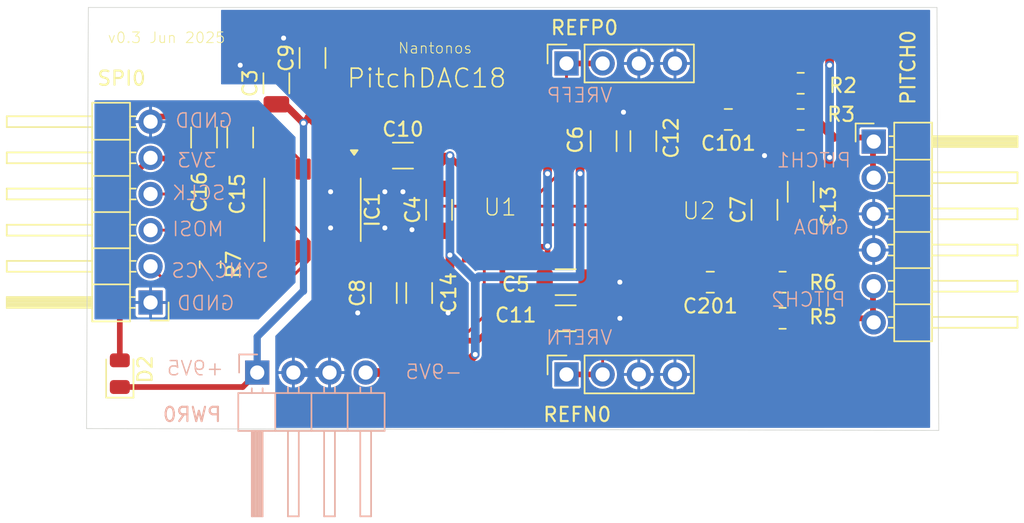
<source format=kicad_pcb>
(kicad_pcb (version 20240108) (generator "pcbnew") (generator_version "8.0")
  (layers (0 "F.Cu" signal) (31 "B.Cu" signal) (34 "B.Paste" user) (35 "F.Paste" user) (36 "B.SilkS" user "B.Silkscreen") (37 "F.SilkS" user "F.Silkscreen") (38 "B.Mask" user) (39 "F.Mask" user) (44 "Edge.Cuts" user))
  (net 0 "")
  (net 1 "/+9V5")
  (net 3 "/SCLK")
  (net 5 "/REFN_S")
  (net 6 "/3V3")
  (net 7 "/REFP_S")
  (net 9 "/UNBUF")
  (net 10 "/REFN_F")
  (net 11 "/MOSI")
  (net 12 "/VREFN")
  (net 13 "/VREFP")
  (net 14 "GNDA")
  (net 15 "/-9V5")
  (net 16 "GNDD")
  (net 17 "/SYNC")
  (net 18 "/REFP_F")
  (net 19 "/PITCH1")
  (net 20 "/PITCH2")
  (net 21 "/nfb_a")
  (net 22 "/cap_a")
  (net 23 "/nfb_b")
  (net 24 "/cap_b")
  (footprint "Capacitor_SMD:C_0805_2012Metric" (layer "F.Cu") (at 162.3821 109.4436 180)
    (property "Reference" "C201")
    (property "Value" "100pF")
  )
  (footprint "Capacitor_SMD:C_1206_3216Metric" (layer "F.Cu") (at 166.1921 104.3636 90)
    (property "Reference" "C7")
    (property "Value" "100nF")
  )
  (footprint "Capacitor_SMD:C_1206_3216Metric" (layer "F.Cu") (at 131.9021 95.4736 90)
    (property "Reference" "C3")
    (property "Value" "100nF")
  )
  (footprint "Connector_PinSocket_2.54mm:PinSocket_1x04_P2.54mm_Vertical" (layer "F.Cu") (at 152.283 94.0816 90)
    (property "Reference" "REFP0")
    (property "Value" "PINHD-1X4")
  )
  (footprint "Connector_PinSocket_2.54mm:PinSocket_1x04_P2.54mm_Vertical" (layer "F.Cu") (at 152.283 115.926 90)
    (property "Reference" "REFN0")
    (property "Value" "PINHD-1X4")
  )
  (footprint "Capacitor_SMD:C_1206_3216Metric" (layer "F.Cu") (at 141.9351 110.2056 90)
    (property "Reference" "C14")
    (property "Value" "10uF")
  )
  (footprint "Capacitor_SMD:C_1206_3216Metric" (layer "F.Cu") (at 126.8221 99.2836 -90)
    (property "Reference" "C16")
    (property "Value" "10uF")
  )
  (footprint "Capacitor_SMD:C_1206_3216Metric" (layer "F.Cu") (at 134.4421 93.6956 90)
    (property "Reference" "C9")
    (property "Value" "10uF")
  )
  (footprint "pitchdac:SO08" (layer "F.Cu") (at 147.1421 104.3636 180)
    (property "Reference" "U1")
    (property "Value" "opa2192")
  )
  (footprint "Capacitor_SMD:C_1206_3216Metric" (layer "F.Cu") (at 157.6831 99.5376 -90)
    (property "Reference" "C12")
    (property "Value" "10uF")
  )
  (footprint "Resistor_SMD:R_0805_2012Metric" (layer "F.Cu") (at 167.4621 109.4436)
    (property "Reference" "R6")
    (property "Value" "220R")
  )
  (footprint "Connector_PinHeader_2.54mm:PinHeader_1x06_P2.54mm_Horizontal" (layer "F.Cu") (at 123.063 110.871 180)
    (property "Reference" "SPI0")
    (property "Value" "SPI")
  )
  (footprint "Capacitor_SMD:C_1206_3216Metric" (layer "F.Cu") (at 154.8891 99.5376 -90)
    (property "Reference" "C6")
    (property "Value" "100nF")
  )
  (footprint "Capacitor_SMD:C_1206_3216Metric" (layer "F.Cu") (at 152.2221 109.4436)
    (property "Reference" "C5")
    (property "Value" "100nF")
  )
  (footprint "Connector_PinHeader_2.54mm:PinHeader_1x06_P2.54mm_Horizontal" (layer "F.Cu") (at 173.863 99.568)
    (property "Reference" "PITCH0")
    (property "Value" "PINHD-1X6/90")
  )
  (footprint "Capacitor_SMD:C_1206_3216Metric" (layer "F.Cu") (at 140.7921 100.5536)
    (property "Reference" "C10")
    (property "Value" "10uF")
  )
  (footprint "Diode_SMD:D_0805_2012Metric" (layer "F.Cu") (at 120.904 115.8725 90)
    (property "Reference" "D2")
    (property "Value" "D_Schottky" (hide yes))
  )
  (footprint "Resistor_SMD:R_0805_2012Metric" (layer "F.Cu") (at 127.254 108.204 -90)
    (property "Reference" "R7")
    (property "Value" "10k")
  )
  (footprint "Capacitor_SMD:C_1206_3216Metric" (layer "F.Cu") (at 152.2221 111.9836)
    (property "Reference" "C11")
    (property "Value" "10uF")
  )
  (footprint "Capacitor_SMD:C_1206_3216Metric" (layer "F.Cu") (at 129.3621 99.2836 -90)
    (property "Reference" "C15")
    (property "Value" "100nF")
  )
  (footprint "pitchdac:SO08" (layer "F.Cu") (at 161.6201 104.3636 180)
    (property "Reference" "U2")
    (property "Value" "opa2192")
  )
  (footprint "Resistor_SMD:R_0805_2012Metric" (layer "F.Cu") (at 168.7321 98.0136)
    (property "Reference" "R3")
    (property "Value" "220R")
  )
  (footprint "Capacitor_SMD:C_1206_3216Metric" (layer "F.Cu") (at 139.446 110.2056 90)
    (property "Reference" "C8")
    (property "Value" "100nF")
  )
  (footprint "Resistor_SMD:R_0805_2012Metric" (layer "F.Cu") (at 168.7321 95.4736)
    (property "Reference" "R2")
    (property "Value" "4k7")
  )
  (footprint "Resistor_SMD:R_0805_2012Metric" (layer "F.Cu") (at 167.4621 111.9836)
    (property "Reference" "R5")
    (property "Value" "4k7")
  )
  (footprint "Package_SO:TSSOP-20_4.4x6.5mm_P0.65mm" (layer "F.Cu") (at 134.4421 104.3636 -90)
    (property "Reference" "IC1")
    (property "Value" "AD5781xRUZ")
  )
  (footprint "Capacitor_SMD:C_0805_2012Metric" (layer "F.Cu") (at 163.6521 98.0136 180)
    (property "Reference" "C101")
    (property "Value" "100pF")
  )
  (footprint "Capacitor_SMD:C_1206_3216Metric" (layer "F.Cu") (at 168.7321 103.0936 90)
    (property "Reference" "C13")
    (property "Value" "10uF")
  )
  (footprint "Capacitor_SMD:C_1206_3216Metric" (layer "F.Cu") (at 143.3321 104.3636 90)
    (property "Reference" "C4")
    (property "Value" "100nF")
  )
  (footprint "Connector_PinHeader_2.54mm:PinHeader_1x04_P2.54mm_Horizontal" (layer "B.Cu") (at 130.556 115.7936 -90)
    (property "Reference" "PWR0")
    (property "Value" "PINHD-1X4")
  )
  (gr_line (start 178.3081 90.1496) (end 118.6941 90.1496) (stroke (width 0.05)) (layer "Edge.Cuts"))
  (gr_line (start 178.4351 119.8576) (end 178.3081 90.1496) (stroke (width 0.05)) (layer "Edge.Cuts"))
  (gr_line (start 118.5671 119.7306) (end 178.4351 119.8576) (stroke (width 0.05)) (layer "Edge.Cuts"))
  (gr_line (start 118.6941 90.1496) (end 118.5671 119.7306) (stroke (width 0.05)) (layer "Edge.Cuts"))
  (gr_text "MOSI" (at 128.27 106.299 0) (layer "B.SilkS") (effects (font (size 1 1) (thickness 0.1)) (justify left bottom mirror)))
  (gr_text "PITCH2" (at 171.958 111.252 0) (layer "B.SilkS") (effects (font (size 1 1) (thickness 0.1)) (justify left bottom mirror)))
  (gr_text "SYNC/CS" (at 131.445 109.22 0) (layer "B.SilkS") (effects (font (size 1 1) (thickness 0.1)) (justify left bottom mirror)))
  (gr_text "VREFN" (at 155.575 113.919 0) (layer "B.SilkS") (effects (font (size 1 1) (thickness 0.1)) (justify left bottom mirror)))
  (gr_text "PITCH1" (at 172.339 101.473 0) (layer "B.SilkS") (effects (font (size 1 1) (thickness 0.1)) (justify left bottom mirror)))
  (gr_text "GNDA" (at 172.212 106.172 0) (layer "B.SilkS") (effects (font (size 1 1) (thickness 0.1)) (justify left bottom mirror)))
  (gr_text "VREFP" (at 155.575 96.901 0) (layer "B.SilkS") (effects (font (size 1 1) (thickness 0.1)) (justify left bottom mirror)))
  (gr_text "GNDD" (at 129.032 111.506 0) (layer "B.SilkS") (effects (font (size 1 1) (thickness 0.1)) (justify left bottom mirror)))
  (gr_text "GNDD" (at 128.905 98.679 0) (layer "B.SilkS") (effects (font (size 1 1) (thickness 0.1)) (justify left bottom mirror)))
  (gr_text "SCLK" (at 128.397 103.759 0) (layer "B.SilkS") (effects (font (size 1 1) (thickness 0.1)) (justify left bottom mirror)))
  (gr_text "3V3" (at 127.762 101.473 0) (layer "B.SilkS") (effects (font (size 1 1) (thickness 0.1)) (justify left bottom mirror)))
  (gr_text "-9V5" (at 145.034 116.332 0) (layer "B.SilkS") (effects (font (size 1 1) (thickness 0.1)) (justify left bottom mirror)))
  (gr_text "+9V5" (at 128.27 116.078 0) (layer "B.SilkS") (effects (font (size 1 1) (thickness 0.1)) (justify left bottom mirror)))
  (gr_text "PitchDAC18" (at 136.779 95.885 0) (layer "F.SilkS") (effects (font (size 1.308608 1.308608) (thickness 0.113792)) (justify left bottom)))
  (gr_text "v0.3 Jun 2025" (at 120.015 92.71 0) (layer "F.SilkS") (effects (font (size 0.747776 0.747776) (thickness 0.065024)) (justify left bottom)))
  (gr_text "Nantonos" (at 140.4111 93.4416 0) (layer "F.SilkS") (effects (font (size 0.747776 0.747776) (thickness 0.065024)) (justify left bottom)))
  (segment (start 163.5851 106.9036) (end 166.1921 106.9036) (width 0.6096) (layer "F.Cu") (net 1))
  (segment (start 150.7471 109.4436) (end 150.7471 111.9836) (width 0.4) (layer "F.Cu") (net 1))
  (segment (start 131.9021 96.8736) (end 132.4131 96.8736) (width 0.508) (layer "F.Cu") (net 1))
  (segment (start 150.9521 111.8536) (end 150.8221 111.9836) (width 0.6096) (layer "F.Cu") (net 1))
  (segment (start 149.0471 106.9636) (end 150.8921 106.9636) (width 0.4) (layer "F.Cu") (net 1))
  (segment (start 134.7671 101.3256) (end 134.7671 98.4656) (width 0.508) (layer "F.Cu") (net 1))
  (segment (start 166.1921 106.9036) (end 166.1921 105.7636) (width 0.6096) (layer "F.Cu") (net 1))
  (segment (start 150.9521 96.8706) (end 148.2851 94.2036) (width 0.6096) (layer "F.Cu") (net 1))
  (segment (start 148.2851 91.6636) (end 138.2521 91.6636) (width 0.6096) (layer "F.Cu") (net 1))
  (segment (start 163.5251 106.9636) (end 163.5851 106.9036) (width 0.6096) (layer "F.Cu") (net 1))
  (segment (start 148.2851 91.6636) (end 148.2851 94.2036) (width 0.6096) (layer "F.Cu") (net 1))
  (segment (start 120.904 116.81) (end 129.5396 116.81) (width 0.4) (layer "F.Cu") (net 1))
  (segment (start 170.0021 91.6636) (end 170.7641 92.4256) (width 0.6096) (layer "F.Cu") (net 1))
  (segment (start 150.8921 106.9636) (end 150.9521 106.9036) (width 0.4) (layer "F.Cu") (net 1))
  (segment (start 168.7321 104.4936) (end 168.7351 104.4906) (width 0.6096) (layer "F.Cu") (net 1))
  (segment (start 166.3221 106.9036) (end 166.1921 106.9036) (width 0.6096) (layer "F.Cu") (net 1))
  (segment (start 134.4421 97.6326) (end 134.4421 95.0956) (width 0.6096) (layer "F.Cu") (net 1))
  (segment (start 170.0021 91.6636) (end 148.2851 91.6636) (width 0.6096) (layer "F.Cu") (net 1))
  (segment (start 134.8201 95.0956) (end 134.4421 95.0956) (width 0.6096) (layer "F.Cu") (net 1))
  (segment (start 170.7641 92.4256) (end 170.7641 94.2036) (width 0.6096) (layer "F.Cu") (net 1))
  (segment (start 132.4131 96.8736) (end 133.8071 98.2676) (width 0.508) (layer "F.Cu") (net 1))
  (segment (start 168.7351 104.4906) (end 170.7641 104.4906) (width 0.6096) (layer "F.Cu") (net 1))
  (segment (start 134.1881 97.8866) (end 134.4421 97.6326) (width 0.6096) (layer "F.Cu") (net 1))
  (segment (start 129.5396 116.81) (end 130.556 115.7936) (width 0.4) (layer "F.Cu") (net 1))
  (segment (start 150.9521 101.8236) (end 150.9521 96.8706) (width 0.6096) (layer "F.Cu") (net 1))
  (segment (start 138.2521 91.6636) (end 134.8201 95.0956) (width 0.6096) (layer "F.Cu") (net 1))
  (segment (start 168.7321 104.4936) (end 166.3221 106.9036) (width 0.6096) (layer "F.Cu") (net 1))
  (segment (start 150.9521 109.3136) (end 150.8221 109.4436) (width 0.6096) (layer "F.Cu") (net 1))
  (segment (start 134.7671 98.4656) (end 134.1881 97.8866) (width 0.508) (layer "F.Cu") (net 1))
  (segment (start 150.9521 106.9036) (end 150.9521 109.2386) (width 0.4) (layer "F.Cu") (net 1))
  (segment (start 133.8071 98.2676) (end 134.1881 97.8866) (width 0.508) (layer "F.Cu") (net 1))
  (segment (start 170.7641 104.4906) (end 170.7641 100.6806) (width 0.6096) (layer "F.Cu") (net 1))
  (segment (start 150.9521 109.2386) (end 150.7471 109.4436) (width 0.4) (layer "F.Cu") (net 1))
  (segment (start 150.8221 109.4436) (end 150.9521 109.5736) (width 0.6096) (layer "F.Cu") (net 1))
  (via (at 170.7641 100.6806) (size 0.604) (drill 0.35) (layers "F.Cu" "B.Cu") (net 1))
  (via (at 150.9521 106.9036) (size 0.604) (drill 0.35) (layers "F.Cu" "B.Cu") (net 1))
  (via (at 170.7641 94.2036) (size 0.604) (drill 0.35) (layers "F.Cu" "B.Cu") (net 1))
  (via (at 150.9521 101.8236) (size 0.604) (drill 0.35) (layers "F.Cu" "B.Cu") (net 1))
  (via (at 133.8071 98.2676) (size 0.604) (drill 0.35) (layers "F.Cu" "B.Cu") (net 1))
  (segment (start 133.8071 110.0786) (end 133.7614 110.0786) (width 0.508) (layer "B.Cu") (net 1))
  (segment (start 133.8071 110.0786) (end 133.8071 98.2676) (width 0.508) (layer "B.Cu") (net 1))
  (segment (start 133.7614 110.0786) (end 130.556 113.284) (width 0.508) (layer "B.Cu") (net 1))
  (segment (start 150.9521 106.9036) (end 150.9521 101.8236) (width 0.6096) (layer "B.Cu") (net 1))
  (segment (start 170.7641 100.6806) (end 170.7641 94.2036) (width 0.6096) (layer "B.Cu") (net 1))
  (segment (start 130.556 113.284) (end 130.556 115.7936) (width 0.508) (layer "B.Cu") (net 1))
  (segment (start 132.8171 106.488601) (end 129.579499 103.251) (width 0.2) (layer "F.Cu") (net 3))
  (segment (start 129.579499 103.251) (end 123.063 103.251) (width 0.2) (layer "F.Cu") (net 3))
  (segment (start 132.8171 107.2261) (end 132.8171 106.488601) (width 0.2) (layer "F.Cu") (net 3))
  (segment (start 145.415 112.903) (end 146.5071 111.8109) (width 0.2) (layer "F.Cu") (net 5))
  (segment (start 135.4171 112.5571) (end 135.763 112.903) (width 0.2) (layer "F.Cu") (net 5))
  (segment (start 135.763 112.903) (end 145.415 112.903) (width 0.2) (layer "F.Cu") (net 5))
  (segment (start 135.4171 107.2261) (end 135.4171 112.5571) (width 0.2) (layer "F.Cu") (net 5))
  (segment (start 146.5071 111.8109) (end 146.5071 106.9636) (width 0.2) (layer "F.Cu") (net 5))
  (segment (start 120.904 102.87) (end 120.904 106.934) (width 0.4) (layer "F.Cu") (net 6))
  (segment (start 132.1671 101.5011) (end 131.5171 101.5011) (width 0.2) (layer "F.Cu") (net 6))
  (segment (start 133.4671 101.5011) (end 133.4671 100.763601) (width 0.2) (layer "F.Cu") (net 6))
  (segment (start 126.8221 100.7586) (end 123.1106 100.7586) (width 0.4) (layer "F.Cu") (net 6))
  (segment (start 129.9371 100.1836) (end 129.3621 100.7586) (width 0.2) (layer "F.Cu") (net 6))
  (segment (start 134.1171 101.5011) (end 133.4671 101.5011) (width 0.2) (layer "F.Cu") (net 6))
  (segment (start 123.1106 100.7586) (end 123.063 100.711) (width 0.4) (layer "F.Cu") (net 6))
  (segment (start 127.0911 107.1286) (end 121.0986 107.1286) (width 0.4) (layer "F.Cu") (net 6))
  (segment (start 121.0986 107.1286) (end 120.904 106.934) (width 0.4) (layer "F.Cu") (net 6))
  (segment (start 123.063 100.711) (end 120.904 102.87) (width 0.4) (layer "F.Cu") (net 6))
  (segment (start 133.4671 100.763601) (end 132.887099 100.1836) (width 0.2) (layer "F.Cu") (net 6))
  (segment (start 127.254 107.2915) (end 127.0911 107.1286) (width 0.4) (layer "F.Cu") (net 6))
  (segment (start 130.7746 100.7586) (end 131.5171 101.5011) (width 0.4) (layer "F.Cu") (net 6))
  (segment (start 120.904 106.934) (end 120.904 114.935) (width 0.4) (layer "F.Cu") (net 6))
  (segment (start 129.3621 100.7586) (end 130.7746 100.7586) (width 0.4) (layer "F.Cu") (net 6))
  (segment (start 132.887099 100.1836) (end 129.9371 100.1836) (width 0.2) (layer "F.Cu") (net 6))
  (segment (start 129.3621 100.7586) (end 126.8221 100.7586) (width 0.4) (layer "F.Cu") (net 6))
  (segment (start 136.2201 98.5216) (end 147.1421 98.5216) (width 0.1524) (layer "F.Cu") (net 7))
  (segment (start 147.7771 99.1566) (end 147.7771 101.7636) (width 0.1524) (layer "F.Cu") (net 7))
  (segment (start 136.0671 98.6746) (end 136.2201 98.5216) (width 0.1524) (layer "F.Cu") (net 7))
  (segment (start 147.1421 98.5216) (end 147.7771 99.1566) (width 0.1524) (layer "F.Cu") (net 7))
  (segment (start 136.0671 101.3256) (end 136.0671 98.6746) (width 0.1524) (layer "F.Cu") (net 7))
  (segment (start 160.9851 103.7286) (end 160.6041 104.1096) (width 0.4064) (layer "F.Cu") (net 9))
  (segment (start 136.7171 101.5011) (end 136.7171 102.50384) (width 0.2) (layer "F.Cu") (net 9))
  (segment (start 159.8421 106.8366) (end 159.8421 104.1096) (width 0.4064) (layer "F.Cu") (net 9))
  (segment (start 136.7171 101.3256) (end 136.7281 101.3366) (width 0.3048) (layer "F.Cu") (net 9))
  (segment (start 160.6041 104.1096) (end 159.8421 104.1096) (width 0.4064) (layer "F.Cu") (net 9))
  (segment (start 159.8421 104.1096) (end 153.8731 104.1096) (width 0.4064) (layer "F.Cu") (net 9))
  (segment (start 159.7151 106.9636) (end 159.8421 106.8366) (width 0.4064) (layer "F.Cu") (net 9))
  (segment (start 138.32286 104.1096) (end 153.8731 104.1096) (width 0.2) (layer "F.Cu") (net 9))
  (segment (start 136.7171 102.50384) (end 138.32286 104.1096) (width 0.2) (layer "F.Cu") (net 9))
  (segment (start 160.9851 101.7636) (end 160.9851 103.7286) (width 0.4064) (layer "F.Cu") (net 9))
  (segment (start 146.060153 113.5552) (end 135.2722 113.5552) (width 0.4) (layer "F.Cu") (net 10))
  (segment (start 147.7771 111.838253) (end 146.060153 113.5552) (width 0.4) (layer "F.Cu") (net 10))
  (segment (start 134.7671 113.0501) (end 134.7671 107.2261) (width 0.4) (layer "F.Cu") (net 10))
  (segment (start 147.7771 106.9636) (end 147.7771 111.838253) (width 0.4) (layer "F.Cu") (net 10))
  (segment (start 135.2722 113.5552) (end 134.7671 113.0501) (width 0.4) (layer "F.Cu") (net 10))
  (segment (start 131.469499 105.791) (end 123.063 105.791) (width 0.2) (layer "F.Cu") (net 11))
  (segment (start 132.1671 106.488601) (end 131.469499 105.791) (width 0.2) (layer "F.Cu") (net 11))
  (segment (start 132.1671 107.2261) (end 132.1671 106.488601) (width 0.2) (layer "F.Cu") (net 11))
  (segment (start 156.845 112.649) (end 154.823 114.671) (width 0.2) (layer "F.Cu") (net 12))
  (segment (start 145.2371 106.9636) (end 145.2371 106.1636) (width 0.2) (layer "F.Cu") (net 12))
  (segment (start 156.845 106.934) (end 156.845 112.649) (width 0.2) (layer "F.Cu") (net 12))
  (segment (start 152.283 115.926) (end 154.823 115.926) (width 0.4) (layer "F.Cu") (net 12))
  (segment (start 145.2371 106.1636) (end 145.9907 105.41) (width 0.2) (layer "F.Cu") (net 12))
  (segment (start 154.823 114.671) (end 154.823 115.926) (width 0.2) (layer "F.Cu") (net 12))
  (segment (start 155.321 105.41) (end 156.845 106.934) (width 0.2) (layer "F.Cu") (net 12))
  (segment (start 145.9907 105.41) (end 155.321 105.41) (width 0.2) (layer "F.Cu") (net 12))
  (segment (start 147.0675 103.124) (end 150.4397 103.124) (width 0.2) (layer "F.Cu") (net 13))
  (segment (start 146.5071 102.5636) (end 147.0675 103.124) (width 0.2) (layer "F.Cu") (net 13))
  (segment (start 152.283 94.0816) (end 154.823 94.0816) (width 0.4) (layer "F.Cu") (net 13))
  (segment (start 152.283 101.2807) (end 152.283 94.2036) (width 0.2) (layer "F.Cu") (net 13))
  (segment (start 150.4397 103.124) (end 152.283 101.2807) (width 0.2) (layer "F.Cu") (net 13))
  (segment (start 146.5071 101.7636) (end 146.5071 102.5636) (width 0.2) (layer "F.Cu") (net 13))
  (segment (start 132.4131 92.2956) (end 132.4101 92.2986) (width 0.6096) (layer "F.Cu") (net 14))
  (segment (start 141.4301 105.7636) (end 141.4271 105.7606) (width 0.4064) (layer "F.Cu") (net 14))
  (segment (start 131.9021 94.0736) (end 131.7721 94.2036) (width 0.6096) (layer "F.Cu") (net 14))
  (segment (start 166.1921 102.9636) (end 166.1921 100.5536) (width 0.6096) (layer "F.Cu") (net 14))
  (segment (start 141.9351 111.6056) (end 139.6491 111.6056) (width 0.6096) (layer "F.Cu") (net 14))
  (segment (start 143.9641 111.6056) (end 143.9671 111.6026) (width 0.6096) (layer "F.Cu") (net 14))
  (segment (start 156.2861 97.8836) (end 156.2861 97.5056) (width 0.6096) (layer "F.Cu") (net 14))
  (segment (start 166.1921 100.5536) (end 168.7321 100.5536) (width 0.6096) (layer "F.Cu") (net 14))
  (segment (start 139.3171 100.5536) (end 139.3171 102.8886) (width 0.4) (layer "F.Cu") (net 14))
  (segment (start 153.6221 111.9836) (end 156.0321 111.9836) (width 0.6096) (layer "F.Cu") (net 14))
  (segment (start 139.6491 111.6056) (end 137.6201 111.6056) (width 0.6096) (layer "F.Cu") (net 14))
  (segment (start 134.4421 92.2956) (end 132.6641 94.0736) (width 0.6096) (layer "F.Cu") (net 14))
  (segment (start 154.8891 98.1376) (end 156.0321 98.1376) (width 0.6096) (layer "F.Cu") (net 14))
  (segment (start 141.5051 105.8386) (end 141.4271 105.7606) (width 0.4) (layer "F.Cu") (net 14))
  (segment (start 131.9021 94.0736) (end 132.6641 94.0736) (width 0.6096) (layer "F.Cu") (net 14))
  (segment (start 143.2541 105.7606) (end 143.3321 105.8386) (width 0.4) (layer "F.Cu") (net 14))
  (segment (start 156.0321 98.1376) (end 157.6831 98.1376) (width 0.6096) (layer "F.Cu") (net 14))
  (segment (start 154.8891 98.1376) (end 155.0131 98.0136) (width 0.6096) (layer "F.Cu") (net 14))
  (segment (start 153.6221 109.4436) (end 156.0321 109.4436) (width 0.6096) (layer "F.Cu") (net 14))
  (segment (start 137.6201 111.6056) (end 137.6171 111.6026) (width 0.6096) (layer "F.Cu") (net 14))
  (segment (start 139.3171 102.8886) (end 139.5221 103.0936) (width 0.4) (layer "F.Cu") (net 14))
  (segment (start 156.0321 98.1376) (end 156.2861 97.8836) (width 0.6096) (layer "F.Cu") (net 14))
  (segment (start 156.0321 109.4436) (end 156.0321 111.9836) (width 0.6096) (layer "F.Cu") (net 14))
  (segment (start 153.6971 109.4436) (end 153.6971 111.9836) (width 0.4) (layer "F.Cu") (net 14))
  (segment (start 134.4421 92.2956) (end 132.4131 92.2956) (width 0.6096) (layer "F.Cu") (net 14))
  (segment (start 137.572101 105.6336) (end 139.5221 105.6336) (width 0.4) (layer "F.Cu") (net 14))
  (segment (start 131.7721 94.2036) (end 129.3621 94.2036) (width 0.6096) (layer "F.Cu") (net 14))
  (segment (start 139.3921 100.5536) (end 139.5221 100.6836) (width 0.4064) (layer "F.Cu") (net 14))
  (segment (start 134.4421 92.2956) (end 134.5721 92.4256) (width 0.6096) (layer "F.Cu") (net 14))
  (segment (start 141.9351 111.6056) (end 143.9641 111.6056) (width 0.6096) (layer "F.Cu") (net 14))
  (segment (start 135.7121 105.6336) (end 139.5221 105.6336) (width 0.4064) (layer "F.Cu") (net 14))
  (segment (start 136.7171 107.2261) (end 136.7171 106.488601) (width 0.4) (layer "F.Cu") (net 14))
  (segment (start 168.7321 100.5536) (end 168.7321 101.6936) (width 0.6096) (layer "F.Cu") (net 14))
  (segment (start 141.4271 105.7606) (end 143.2541 105.7606) (width 0.4) (layer "F.Cu") (net 14))
  (segment (start 136.7171 106.488601) (end 137.572101 105.6336) (width 0.4) (layer "F.Cu") (net 14))
  (via (at 139.5221 105.6336) (size 0.604) (drill 0.35) (layers "F.Cu" "B.Cu") (net 14))
  (via (at 156.2861 97.5056) (size 0.604) (drill 0.35) (layers "F.Cu" "B.Cu") (net 14))
  (via (at 132.4101 92.2986) (size 0.604) (drill 0.35) (layers "F.Cu" "B.Cu") (net 14))
  (via (at 140.7921 103.0936) (size 0.604) (drill 0.35) (layers "F.Cu" "B.Cu") (net 14))
  (via (at 129.3621 94.2036) (size 0.604) (drill 0.35) (layers "F.Cu" "B.Cu") (net 14))
  (via (at 141.4271 105.7606) (size 0.604) (drill 0.35) (layers "F.Cu" "B.Cu") (net 14))
  (via (at 156.0321 109.4436) (size 0.604) (drill 0.35) (layers "F.Cu" "B.Cu") (net 14))
  (via (at 137.6171 111.6026) (size 0.604) (drill 0.35) (layers "F.Cu" "B.Cu") (net 14))
  (via (at 139.5221 103.0936) (size 0.604) (drill 0.35) (layers "F.Cu" "B.Cu") (net 14))
  (via (at 143.9671 111.6026) (size 0.604) (drill 0.35) (layers "F.Cu" "B.Cu") (net 14))
  (via (at 135.7121 105.6336) (size 0.604) (drill 0.35) (layers "F.Cu" "B.Cu") (net 14))
  (via (at 166.1921 100.5536) (size 0.604) (drill 0.35) (layers "F.Cu" "B.Cu") (net 14))
  (via (at 156.0321 111.9836) (size 0.604) (drill 0.35) (layers "F.Cu" "B.Cu") (net 14))
  (via (at 135.7121 103.0936) (size 0.604) (drill 0.35) (layers "F.Cu" "B.Cu") (net 14))
  (segment (start 133.1721 115.7936) (end 135.7121 115.7936) (width 0.6096) (layer "B.Cu") (net 14))
  (segment (start 139.5221 103.0936) (end 140.7921 103.0936) (width 0.4064) (layer "B.Cu") (net 14))
  (segment (start 156.2861 97.7596) (end 156.0321 98.0136) (width 0.6096) (layer "B.Cu") (net 14))
  (segment (start 156.2861 97.5056) (end 156.2861 97.7596) (width 0.6096) (layer "B.Cu") (net 14))
  (segment (start 135.7121 105.6336) (end 135.7121 103.0936) (width 0.4064) (layer "B.Cu") (net 14))
  (segment (start 153.3651 101.1886) (end 153.2381 101.3156) (width 0.6096) (layer "F.Cu") (net 15))
  (segment (start 157.6861 100.9346) (end 157.6831 100.9376) (width 0.6096) (layer "F.Cu") (net 15))
  (segment (start 159.7151 100.9346) (end 157.6861 100.9346) (width 0.6096) (layer "F.Cu") (net 15))
  (segment (start 154.6381 101.1886) (end 153.3651 101.1886) (width 0.6096) (layer "F.Cu") (net 15))
  (segment (start 136.2201 109.0626) (end 139.3921 109.0626) (width 0.6096) (layer "F.Cu") (net 15))
  (segment (start 136.0671 107.4016) (end 136.0671 108.9096) (width 0.4064) (layer "F.Cu") (net 15))
  (segment (start 154.8891 100.9376) (end 154.6381 101.1886) (width 0.6096) (layer "F.Cu") (net 15))
  (segment (start 145.2371 101.7636) (end 145.1771 101.8236) (width 0.6096) (layer "F.Cu") (net 15))
  (segment (start 144.0941 108.4276) (end 144.0941 107.5386) (width 0.6096) (layer "F.Cu") (net 15))
  (segment (start 144.6021 115.7936) (end 138.176 115.7936) (width 0.6096) (layer "F.Cu") (net 15))
  (segment (start 143.3321 102.8886) (end 143.3321 101.3156) (width 0.4) (layer "F.Cu") (net 15))
  (segment (start 136.0671 108.9096) (end 136.2201 109.0626) (width 0.6096) (layer "F.Cu") (net 15))
  (segment (start 143.3321 101.3156) (end 144.0941 100.5536) (width 0.4) (layer "F.Cu") (net 15))
  (segment (start 144.0941 100.6206) (end 145.2371 101.7636) (width 0.4) (layer "F.Cu") (net 15))
  (segment (start 141.9351 108.8056) (end 143.7161 108.8056) (width 0.6096) (layer "F.Cu") (net 15))
  (segment (start 153.2381 101.3156) (end 153.2381 101.8236) (width 0.6096) (layer "F.Cu") (net 15))
  (segment (start 143.7161 108.8056) (end 144.0941 108.4276) (width 0.6096) (layer "F.Cu") (net 15))
  (segment (start 138.5401 115.5056) (end 138.2521 115.7936) (width 0.6096) (layer "F.Cu") (net 15))
  (segment (start 139.3921 109.0626) (end 139.6491 108.8056) (width 0.6096) (layer "F.Cu") (net 15))
  (segment (start 159.7151 101.7636) (end 159.7151 100.9346) (width 0.6096) (layer "F.Cu") (net 15))
  (segment (start 139.6491 108.8056) (end 141.9351 108.8056) (width 0.6096) (layer "F.Cu") (net 15))
  (segment (start 145.8721 114.5236) (end 144.6021 115.7936) (width 0.6096) (layer "F.Cu") (net 15))
  (segment (start 154.8891 100.9376) (end 157.6831 100.9376) (width 0.6096) (layer "F.Cu") (net 15))
  (segment (start 144.0941 100.5536) (end 144.0941 100.6206) (width 0.4) (layer "F.Cu") (net 15))
  (segment (start 142.2671 100.5536) (end 144.0941 100.5536) (width 0.4) (layer "F.Cu") (net 15))
  (via (at 145.8721 114.5236) (size 0.604) (drill 0.35) (layers "F.Cu" "B.Cu") (net 15))
  (via (at 144.0941 107.5386) (size 0.604) (drill 0.35) (layers "F.Cu" "B.Cu") (net 15))
  (via (at 153.2381 101.8236) (size 0.604) (drill 0.35) (layers "F.Cu" "B.Cu") (net 15))
  (via (at 144.0941 100.5536) (size 0.604) (drill 0.35) (layers "F.Cu" "B.Cu") (net 15))
  (segment (start 145.8721 114.5236) (end 145.8721 109.3166) (width 0.6096) (layer "B.Cu") (net 15))
  (segment (start 144.0941 107.5386) (end 144.0941 100.5536) (width 0.6096) (layer "B.Cu") (net 15))
  (segment (start 145.8721 109.3166) (end 146.1261 109.0626) (width 0.6096) (layer "B.Cu") (net 15))
  (segment (start 144.0941 107.5386) (end 145.8721 109.3166) (width 0.6096) (layer "B.Cu") (net 15))
  (segment (start 153.2381 109.0626) (end 153.2381 101.8236) (width 0.6096) (layer "B.Cu") (net 15))
  (segment (start 146.1261 109.0626) (end 153.2381 109.0626) (width 0.6096) (layer "B.Cu") (net 15))
  (segment (start 134.1171 107.2261) (end 134.1171 107.963599) (width 0.2) (layer "F.Cu") (net 16))
  (segment (start 134.1171 107.963599) (end 131.209699 110.871) (width 0.2) (layer "F.Cu") (net 16))
  (segment (start 129.3621 97.8836) (end 129.2321 98.0136) (width 0.6096) (layer "F.Cu") (net 16))
  (segment (start 123.4254 97.8086) (end 123.063 98.171) (width 0.4) (layer "F.Cu") (net 16))
  (segment (start 132.7911 101.3516) (end 132.8171 101.3256) (width 0.2032) (layer "F.Cu") (net 16))
  (segment (start 134.1171 107.2261) (end 134.1171 106.488601) (width 0.2) (layer "F.Cu") (net 16))
  (segment (start 129.3621 97.8086) (end 126.8221 97.8086) (width 0.4) (layer "F.Cu") (net 16))
  (segment (start 126.8221 97.8086) (end 123.4254 97.8086) (width 0.4) (layer "F.Cu") (net 16))
  (segment (start 132.8171 105.188601) (end 132.8171 101.5011) (width 0.2) (layer "F.Cu") (net 16))
  (segment (start 126.8221 97.8836) (end 126.6921 98.0136) (width 0.6096) (layer "F.Cu") (net 16))
  (segment (start 134.1171 106.488601) (end 132.8171 105.188601) (width 0.2) (layer "F.Cu") (net 16))
  (segment (start 131.209699 110.871) (end 123.063 110.871) (width 0.2) (layer "F.Cu") (net 16))
  (segment (start 127.254 109.1165) (end 123.8485 109.1165) (width 0.2) (layer "F.Cu") (net 17))
  (segment (start 133.4671 107.963599) (end 132.314199 109.1165) (width 0.2) (layer "F.Cu") (net 17))
  (segment (start 123.8485 109.1165) (end 123.063 108.331) (width 0.2) (layer "F.Cu") (net 17))
  (segment (start 133.4671 107.2261) (end 133.4671 107.963599) (width 0.2) (layer "F.Cu") (net 17))
  (segment (start 132.314199 109.1165) (end 127.254 109.1165) (width 0.2) (layer "F.Cu") (net 17))
  (segment (start 149.0471 99.5376) (end 147.3961 97.8866) (width 0.4064) (layer "F.Cu") (net 18))
  (segment (start 135.4171 98.3086) (end 135.8391 97.8866) (width 0.4064) (layer "F.Cu") (net 18))
  (segment (start 149.0471 101.7636) (end 149.0471 99.5376) (width 0.4064) (layer "F.Cu") (net 18))
  (segment (start 135.4171 101.3256) (end 135.4171 98.3086) (width 0.4064) (layer "F.Cu") (net 18))
  (segment (start 135.8391 97.8866) (end 147.3961 97.8866) (width 0.4064) (layer "F.Cu") (net 18))
  (segment (start 171.0546 99.2836) (end 173.8121 99.2836) (width 0.4064) (layer "F.Cu") (net 19))
  (segment (start 169.7846 95.4736) (end 169.7846 98.0136) (width 0.6096) (layer "F.Cu") (net 19))
  (segment (start 169.7846 98.0136) (end 171.0546 99.2836) (width 0.6096) (layer "F.Cu") (net 19))
  (segment (start 173.8121 99.2836) (end 173.8121 101.8236) (width 0.4064) (layer "F.Cu") (net 19))
  (segment (start 168.5146 109.4436) (end 168.5146 111.9836) (width 0.6096) (layer "F.Cu") (net 20))
  (segment (start 173.8121 111.9836) (end 168.5146 111.9836) (width 0.4064) (layer "F.Cu") (net 20))
  (segment (start 173.8121 109.4436) (end 173.8121 111.9836) (width 0.4064) (layer "F.Cu") (net 20))
  (segment (start 167.6796 95.4736) (end 163.6521 95.4736) (width 0.6096) (layer "F.Cu") (net 21))
  (segment (start 162.2551 98.4106) (end 162.2551 101.7636) (width 0.6096) (layer "F.Cu") (net 21))
  (segment (start 162.6521 98.0136) (end 162.2551 98.4106) (width 0.6096) (layer "F.Cu") (net 21))
  (segment (start 163.6521 95.4736) (end 162.6521 96.4736) (width 0.6096) (layer "F.Cu") (net 21))
  (segment (start 162.6521 96.4736) (end 162.6521 98.0136) (width 0.6096) (layer "F.Cu") (net 21))
  (segment (start 164.6521 98.0136) (end 167.6796 98.0136) (width 0.6096) (layer "F.Cu") (net 22))
  (segment (start 164.6521 98.0136) (end 164.6521 100.6366) (width 0.6096) (layer "F.Cu") (net 22))
  (segment (start 164.6521 100.6366) (end 163.5251 101.7636) (width 0.6096) (layer "F.Cu") (net 22))
  (segment (start 161.3821 111.9836) (end 161.3821 109.4436) (width 0.6096) (layer "F.Cu") (net 23))
  (segment (start 160.9851 109.0466) (end 161.3821 109.4436) (width 0.4064) (layer "F.Cu") (net 23))
  (segment (start 166.4096 111.9836) (end 161.3821 111.9836) (width 0.6096) (layer "F.Cu") (net 23))
  (segment (start 160.9851 106.9636) (end 160.9851 109.0466) (width 0.4064) (layer "F.Cu") (net 23))
  (segment (start 163.3821 109.4436) (end 163.3981 109.4436) (width 0.6096) (layer "F.Cu") (net 24))
  (segment (start 162.2551 108.3006) (end 163.3981 109.4436) (width 0.4064) (layer "F.Cu") (net 24))
  (segment (start 162.2551 106.9636) (end 162.2551 108.3006) (width 0.4064) (layer "F.Cu") (net 24))
  (segment (start 163.3981 109.4436) (end 166.4096 109.4436) (width 0.6096) (layer "F.Cu") (net 24))
  (zone (net 14) (net_name "GNDA") (layer "F.Cu") (priority 6) (connect_pads (clearance 0.000001)) (min_thickness 0.0762) (fill yes (thermal_gap 0.2024) (thermal_bridge_width 0.2024))
    (polygon (pts (xy 142.1383 102.300037) (xy 142.1383 107.3608) (xy 139.744537 107.3608) (xy 138.601536 106.2178) (xy 134.7469 106.2178) (xy 134.7469 102.375158) (xy 137.588454 102.633482) (xy 138.071218 102.150718) (xy 138.347537 101.8744) (xy 141.712663 101.8744)))
  )
  (zone (net 14) (net_name "GNDA") (layer "B.Cu") (priority 6) (connect_pads (clearance 0.000001)) (min_thickness 0.0762) (fill yes (thermal_gap 0.2024) (thermal_bridge_width 0.2024))
    (polygon (pts (xy 177.8253 119.6798) (xy 131.8259 119.6798) (xy 131.8259 113.222037) (xy 134.3659 110.682037) (xy 134.3659 98.045164) (xy 131.870536 95.5498) (xy 128.0159 95.5498) (xy 128.0159 90.3174) (xy 177.8253 90.3174)))
  )
  (zone (net 16) (net_name "GNDD") (layer "B.Cu") (priority 6) (connect_pads (clearance 0.000001)) (min_thickness 0.0762) (fill yes (thermal_gap 0.2024) (thermal_bridge_width 0.2024))
    (polygon (pts (xy 133.2483 99.252037) (xy 133.2483 109.475163) (xy 130.663663 112.0598) (xy 119.1259 112.0598) (xy 119.1259 96.6674) (xy 130.663663 96.6674)))
  )
)
</source>
